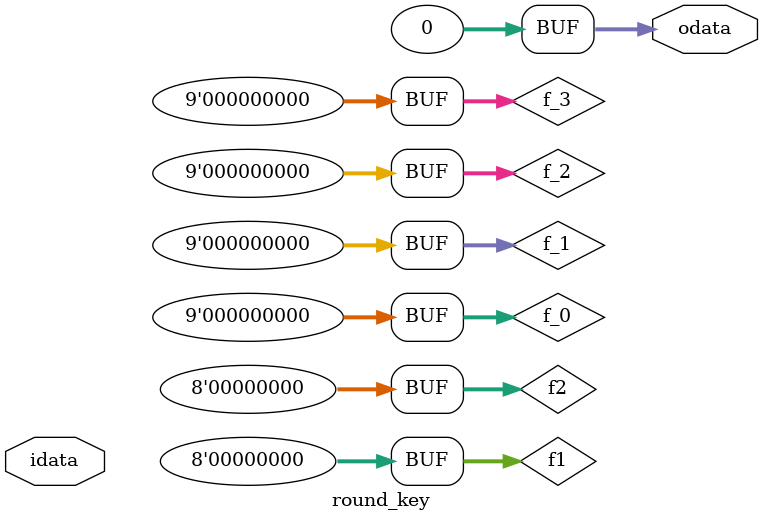
<source format=sv>
module round_key (  //ключавая функция 
  input logic [63:0] idata,
  output logic [31:0] odata
);
  logic [7:0] f1, f2;
  logic [8:0] f_0, f_1, f_2, f_3;
  
  //funk_fk  a0,a1,a2,a3 == 63:32
  // b0,b1,b2,b3 == 31:0
  assign f1 = idata[63:56] ^ idata[55:48];
  assign f2 = idata[47:40] ^ idata[39:32];

  assign f_1 = f1 + f2^idata[31:24] + 1;            
  assign f_1 = f_1 << 2;    //f%256
  assign f1 = f_1[0] | f_1[8:2];

  assign f_2 = f1^idata[23:16] + f2;
  assign f_2 = f_2 << 2;
  assign f2 = f_2[0] | f_2[8:2];

  assign f_0 = f1^idata[15:8] + idata[63:56];
  assign f_0 = f_0 << 2;

  assign f_3 = f2^idata[7:0] + idata[39:32] + 1;
  assign f_3 = f_3 << 2;
  
  // 8 = 1 + 7 bit 0|101..1
  // 8+8+8+8
  
  assign odata = f_0[0] | f_0[8:2] | f_0[0] | f_1[8:2] | f_0[0] | f_2[8:2] | f_0[0] | f_3[8:2]; 
  
endmodule
</source>
